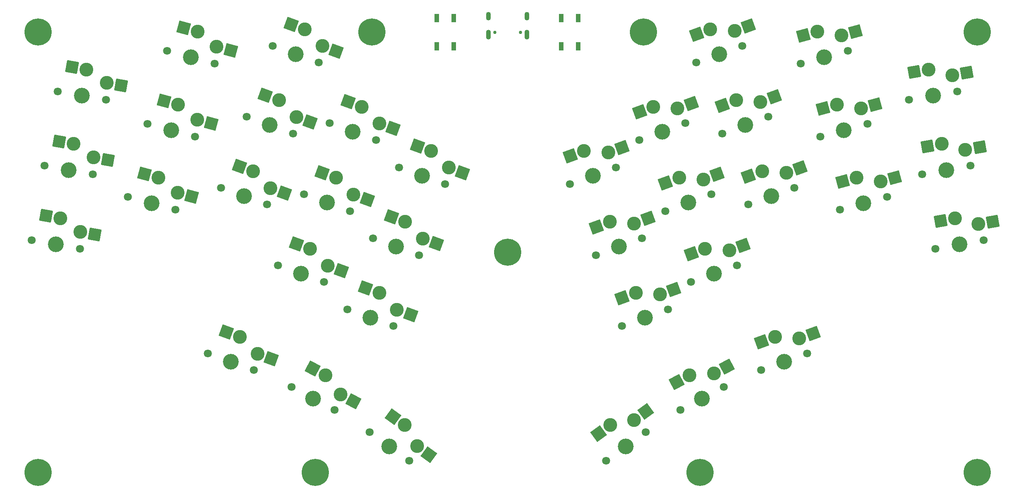
<source format=gbr>
%TF.GenerationSoftware,KiCad,Pcbnew,9.0.0*%
%TF.CreationDate,2025-07-28T21:00:41+03:00*%
%TF.ProjectId,cyberia,63796265-7269-4612-9e6b-696361645f70,v1.0.0*%
%TF.SameCoordinates,Original*%
%TF.FileFunction,Soldermask,Bot*%
%TF.FilePolarity,Negative*%
%FSLAX46Y46*%
G04 Gerber Fmt 4.6, Leading zero omitted, Abs format (unit mm)*
G04 Created by KiCad (PCBNEW 9.0.0) date 2025-07-28 21:00:41*
%MOMM*%
%LPD*%
G01*
G04 APERTURE LIST*
G04 Aperture macros list*
%AMRoundRect*
0 Rectangle with rounded corners*
0 $1 Rounding radius*
0 $2 $3 $4 $5 $6 $7 $8 $9 X,Y pos of 4 corners*
0 Add a 4 corners polygon primitive as box body*
4,1,4,$2,$3,$4,$5,$6,$7,$8,$9,$2,$3,0*
0 Add four circle primitives for the rounded corners*
1,1,$1+$1,$2,$3*
1,1,$1+$1,$4,$5*
1,1,$1+$1,$6,$7*
1,1,$1+$1,$8,$9*
0 Add four rect primitives between the rounded corners*
20,1,$1+$1,$2,$3,$4,$5,0*
20,1,$1+$1,$4,$5,$6,$7,0*
20,1,$1+$1,$6,$7,$8,$9,0*
20,1,$1+$1,$8,$9,$2,$3,0*%
G04 Aperture macros list end*
%ADD10C,1.801800*%
%ADD11C,3.100000*%
%ADD12C,3.529000*%
%ADD13RoundRect,0.050000X-0.776974X-1.666227X1.666227X-0.776974X0.776974X1.666227X-1.666227X0.776974X0*%
%ADD14RoundRect,0.050000X-1.815843X-0.287601X0.287601X-1.815843X1.815843X0.287601X-0.287601X1.815843X0*%
%ADD15C,6.100000*%
%ADD16RoundRect,0.050000X-1.505993X-1.054507X1.054507X-1.505993X1.505993X1.054507X-1.054507X1.505993X0*%
%ADD17RoundRect,0.050000X-1.666227X-0.776974X0.776974X-1.666227X1.666227X0.776974X-0.776974X1.666227X0*%
%ADD18RoundRect,0.050000X-0.919239X-1.592168X1.592168X-0.919239X0.919239X1.592168X-1.592168X0.919239X0*%
%ADD19RoundRect,0.050000X-1.054507X-1.505993X1.505993X-1.054507X1.054507X1.505993X-1.505993X1.054507X0*%
%ADD20RoundRect,0.050000X-0.537519X-1.758145X1.758145X-0.537519X0.537519X1.758145X-1.758145X0.537519X0*%
%ADD21RoundRect,0.050000X-1.758145X-0.537519X0.537519X-1.758145X1.758145X0.537519X-0.537519X1.758145X0*%
%ADD22RoundRect,0.050000X-1.592168X-0.919239X0.919239X-1.592168X1.592168X0.919239X-0.919239X1.592168X0*%
%ADD23C,0.750000*%
%ADD24O,1.100000X2.200000*%
%ADD25O,1.100000X1.900000*%
%ADD26RoundRect,0.050000X-0.287601X-1.815843X1.815843X-0.287601X0.287601X1.815843X-1.815843X0.287601X0*%
%ADD27RoundRect,0.050000X0.500000X-0.850000X0.500000X0.850000X-0.500000X0.850000X-0.500000X-0.850000X0*%
G04 APERTURE END LIST*
D10*
%TO.C,SW28*%
X251388303Y-101533304D03*
D11*
X254521592Y-94061022D03*
D12*
X256556612Y-99652193D03*
D11*
X259972500Y-94418245D03*
D10*
X261724921Y-97771082D03*
D13*
X251444099Y-95181138D03*
X263049993Y-93298129D03*
%TD*%
D10*
%TO.C,SW19*%
X172198947Y-168695359D03*
D11*
X180145862Y-167114527D03*
D12*
X176648540Y-171928178D03*
D11*
X182897820Y-171833291D03*
D10*
X181098133Y-175160997D03*
D14*
X177496332Y-165189530D03*
X185547350Y-173758287D03*
%TD*%
D15*
%TO.C,H4*%
X308610000Y-78740000D03*
%TD*%
%TO.C,H3*%
X233680000Y-78740000D03*
%TD*%
D10*
%TO.C,SW36*%
X260118444Y-154757215D03*
D11*
X263251733Y-147284933D03*
D12*
X265286753Y-152876104D03*
D11*
X268702641Y-147642156D03*
D10*
X270455062Y-150994993D03*
D13*
X260174240Y-148405049D03*
X271780134Y-146522040D03*
%TD*%
D10*
%TO.C,SW4*%
X102244123Y-92041093D03*
D11*
X108693773Y-87136552D03*
D12*
X107660566Y-92996158D03*
D11*
X113235785Y-90171370D03*
D10*
X113077009Y-93951223D03*
D16*
X105468527Y-86567854D03*
X116461031Y-90740068D03*
%TD*%
D10*
%TO.C,SW27*%
X257202645Y-117508079D03*
D11*
X260335934Y-110035797D03*
D12*
X262370954Y-115626968D03*
D11*
X265786842Y-110393020D03*
D10*
X267539263Y-113745857D03*
D13*
X257258441Y-111155913D03*
X268864335Y-109272904D03*
%TD*%
D10*
%TO.C,SW12*%
X157485304Y-115203756D03*
D11*
X164688633Y-111493696D03*
D12*
X162653613Y-117084867D03*
D11*
X168634652Y-115271120D03*
D10*
X167821922Y-118965978D03*
D17*
X161611140Y-110373580D03*
X171712145Y-116391236D03*
%TD*%
D15*
%TO.C,H6*%
X160020000Y-177800000D03*
%TD*%
D10*
%TO.C,SW30*%
X244392419Y-134940753D03*
D11*
X247525708Y-127468471D03*
D12*
X249560728Y-133059642D03*
D11*
X252976616Y-127825694D03*
D10*
X254729037Y-131178531D03*
D13*
X244448215Y-128588587D03*
X256054109Y-126705578D03*
%TD*%
D15*
%TO.C,H2*%
X172720000Y-78740000D03*
%TD*%
D10*
%TO.C,SW34*%
X223031691Y-128881111D03*
D11*
X226164980Y-121408829D03*
D12*
X228200000Y-127000000D03*
D11*
X231615888Y-121766052D03*
D10*
X233368309Y-125118889D03*
D13*
X223087487Y-122528945D03*
X234693381Y-120645936D03*
%TD*%
D10*
%TO.C,SW24*%
X277781602Y-118622293D03*
D11*
X281554221Y-111451529D03*
D12*
X283094194Y-117198788D03*
D11*
X286953252Y-112282471D03*
D10*
X288406786Y-115775283D03*
D18*
X278390814Y-112299162D03*
X290116659Y-111434839D03*
%TD*%
D15*
%TO.C,H9*%
X203200000Y-128270000D03*
%TD*%
D10*
%TO.C,SW15*%
X173031691Y-125118889D03*
D11*
X180235020Y-121408829D03*
D12*
X178200000Y-127000000D03*
D11*
X184181039Y-125186253D03*
D10*
X183368309Y-128881111D03*
D17*
X177157527Y-120288713D03*
X187258532Y-126306369D03*
%TD*%
D10*
%TO.C,SW23*%
X293322990Y-93951223D03*
D11*
X297706226Y-87136552D03*
D12*
X298739433Y-92996158D03*
D11*
X303012291Y-88434888D03*
D10*
X304155876Y-92041093D03*
D19*
X294480981Y-87705250D03*
X306237536Y-87866190D03*
%TD*%
D10*
%TO.C,SW37*%
X241996769Y-163741800D03*
D11*
X244059625Y-155906168D03*
D12*
X246852981Y-161159706D03*
D11*
X249507201Y-155501295D03*
D10*
X251709193Y-158577612D03*
D20*
X241167972Y-157443687D03*
X252398854Y-153963775D03*
%TD*%
D10*
%TO.C,SW8*%
X138860736Y-113745857D03*
D11*
X146064065Y-110035797D03*
D12*
X144029045Y-115626968D03*
D11*
X150010084Y-113813221D03*
D10*
X149197354Y-117508079D03*
D17*
X142986572Y-108915681D03*
X153087577Y-114933337D03*
%TD*%
D10*
%TO.C,SW11*%
X151670962Y-131178531D03*
D11*
X158874291Y-127468471D03*
D12*
X156839271Y-133059642D03*
D11*
X162820310Y-131245895D03*
D10*
X162007580Y-134940753D03*
D17*
X155796798Y-126348355D03*
X165897803Y-132366011D03*
%TD*%
D10*
%TO.C,SW18*%
X154690806Y-158577612D03*
D11*
X162340374Y-155906168D03*
D12*
X159547018Y-161159706D03*
D11*
X165722274Y-160196010D03*
D10*
X164403230Y-163741800D03*
D21*
X159448720Y-154368648D03*
X168613928Y-161733530D03*
%TD*%
D15*
%TO.C,H7*%
X246380000Y-177800000D03*
%TD*%
D10*
%TO.C,SW3*%
X99292104Y-108782825D03*
D11*
X105741754Y-103878284D03*
D12*
X104708547Y-109737890D03*
D11*
X110283766Y-106913102D03*
D10*
X110124990Y-110692955D03*
D16*
X102516508Y-103309586D03*
X113509012Y-107481800D03*
%TD*%
D10*
%TO.C,SW26*%
X268981754Y-85780815D03*
D11*
X272754373Y-78610051D03*
D12*
X274294346Y-84357310D03*
D11*
X278153404Y-79440993D03*
D10*
X279606938Y-82933805D03*
D18*
X269590966Y-79457684D03*
X281316811Y-78593361D03*
%TD*%
D10*
%TO.C,SW13*%
X163299646Y-99228982D03*
D11*
X170502975Y-95518922D03*
D12*
X168467955Y-101110093D03*
D11*
X174448994Y-99296346D03*
D10*
X173636264Y-102991204D03*
D17*
X167425482Y-94398806D03*
X177526487Y-100416462D03*
%TD*%
D10*
%TO.C,SW6*%
X122393137Y-99354544D03*
D11*
X129245702Y-95030790D03*
D12*
X127705729Y-100778049D03*
D11*
X133505930Y-98449922D03*
D10*
X133018321Y-102201554D03*
D22*
X126082295Y-94183158D03*
X136669337Y-99297555D03*
%TD*%
D23*
%TO.C,J1*%
X206090000Y-78805000D03*
X200310000Y-78805000D03*
D24*
X207520000Y-79305000D03*
D25*
X207520000Y-75125000D03*
D24*
X198880000Y-79305000D03*
D25*
X198880000Y-75125000D03*
%TD*%
D10*
%TO.C,SW2*%
X96340085Y-125524557D03*
D11*
X102789735Y-120620016D03*
D12*
X101756528Y-126479622D03*
D11*
X107331747Y-123654834D03*
D10*
X107172971Y-127434687D03*
D16*
X99564489Y-120051318D03*
X110556993Y-124223532D03*
%TD*%
D10*
%TO.C,SW9*%
X144675079Y-97771082D03*
D11*
X151878408Y-94061022D03*
D12*
X149843388Y-99652193D03*
D11*
X155824427Y-97838446D03*
D10*
X155011697Y-101533304D03*
D17*
X148800915Y-92940906D03*
X158901920Y-98958562D03*
%TD*%
D10*
%TO.C,SW17*%
X135944937Y-150994993D03*
D11*
X143148266Y-147284933D03*
D12*
X141113246Y-152876104D03*
D11*
X147094285Y-151062357D03*
D10*
X146281555Y-154757215D03*
D17*
X140070773Y-146164817D03*
X150171778Y-152182473D03*
%TD*%
D15*
%TO.C,H5*%
X97790000Y-177800000D03*
%TD*%
D10*
%TO.C,SW33*%
X228846033Y-144855886D03*
D11*
X231979322Y-137383604D03*
D12*
X234014342Y-142974775D03*
D11*
X237430230Y-137740827D03*
D10*
X239182651Y-141093664D03*
D13*
X228901829Y-138503720D03*
X240507723Y-136620711D03*
%TD*%
D10*
%TO.C,SW29*%
X245573960Y-85558530D03*
D11*
X248707249Y-78086248D03*
D12*
X250742269Y-83677419D03*
D11*
X254158157Y-78443471D03*
D10*
X255910578Y-81796308D03*
D13*
X245629756Y-79206364D03*
X257235650Y-77323355D03*
%TD*%
D10*
%TO.C,SW10*%
X150489421Y-81796308D03*
D11*
X157692750Y-78086248D03*
D12*
X155657730Y-83677419D03*
D11*
X161638769Y-81863672D03*
D10*
X160826039Y-85558530D03*
D17*
X154615257Y-76966132D03*
X164716262Y-82983788D03*
%TD*%
D10*
%TO.C,SW25*%
X273381678Y-102201554D03*
D11*
X277154297Y-95030790D03*
D12*
X278694270Y-100778049D03*
D11*
X282553328Y-95861732D03*
D10*
X284006862Y-99354544D03*
D18*
X273990890Y-95878423D03*
X285716735Y-95014100D03*
%TD*%
D10*
%TO.C,SW35*%
X217217348Y-112906337D03*
D11*
X220350637Y-105434055D03*
D12*
X222385657Y-111025226D03*
D11*
X225801545Y-105791278D03*
D10*
X227553966Y-109144115D03*
D13*
X217273144Y-106554171D03*
X228879038Y-104671162D03*
%TD*%
D15*
%TO.C,H1*%
X97790000Y-78740000D03*
%TD*%
D10*
%TO.C,SW31*%
X238578077Y-118965978D03*
D11*
X241711366Y-111493696D03*
D12*
X243746386Y-117084867D03*
D11*
X247162274Y-111850919D03*
D10*
X248914695Y-115203756D03*
D13*
X238633873Y-112613812D03*
X250239767Y-110730803D03*
%TD*%
D10*
%TO.C,SW7*%
X126793061Y-82933805D03*
D11*
X133645626Y-78610051D03*
D12*
X132105653Y-84357310D03*
D11*
X137905854Y-82029183D03*
D10*
X137418245Y-85780815D03*
D22*
X130482219Y-77762419D03*
X141069261Y-82876816D03*
%TD*%
D10*
%TO.C,SW32*%
X232763735Y-102991204D03*
D11*
X235897024Y-95518922D03*
D12*
X237932044Y-101110093D03*
D11*
X241347932Y-95876145D03*
D10*
X243100353Y-99228982D03*
D13*
X232819531Y-96639038D03*
X244425425Y-94756029D03*
%TD*%
D10*
%TO.C,SW22*%
X296275009Y-110692955D03*
D11*
X300658245Y-103878284D03*
D12*
X301691452Y-109737890D03*
D11*
X305964310Y-105176620D03*
D10*
X307107895Y-108782825D03*
D19*
X297433000Y-104446982D03*
X309189555Y-104607922D03*
%TD*%
D10*
%TO.C,SW14*%
X167217348Y-141093664D03*
D11*
X174420677Y-137383604D03*
D12*
X172385657Y-142974775D03*
D11*
X178366696Y-141161028D03*
D10*
X177553966Y-144855886D03*
D17*
X171343184Y-136263488D03*
X181444189Y-142281144D03*
%TD*%
D15*
%TO.C,H8*%
X308610000Y-177800000D03*
%TD*%
D10*
%TO.C,SW21*%
X299227028Y-127434687D03*
D11*
X303610264Y-120620016D03*
D12*
X304643471Y-126479622D03*
D11*
X308916329Y-121918352D03*
D10*
X310059914Y-125524557D03*
D19*
X300385019Y-121188714D03*
X312141574Y-121349654D03*
%TD*%
D10*
%TO.C,SW5*%
X117993213Y-115775283D03*
D11*
X124845778Y-111451529D03*
D12*
X123305805Y-117198788D03*
D11*
X129106006Y-114870661D03*
D10*
X128618397Y-118622293D03*
D22*
X121682371Y-110603897D03*
X132269413Y-115718294D03*
%TD*%
D10*
%TO.C,SW16*%
X178846033Y-109144115D03*
D11*
X186049362Y-105434055D03*
D12*
X184014342Y-111025226D03*
D11*
X189995381Y-109211479D03*
D10*
X189182651Y-112906337D03*
D17*
X182971869Y-104313939D03*
X193072874Y-110331595D03*
%TD*%
D10*
%TO.C,SW38*%
X225301866Y-175160997D03*
D11*
X226254137Y-167114527D03*
D12*
X229751459Y-171928178D03*
D11*
X231592349Y-165955438D03*
D10*
X234201052Y-168695359D03*
D26*
X223604606Y-169039524D03*
X234241880Y-164030441D03*
%TD*%
D27*
%TO.C,SW40*%
X191130000Y-81890000D03*
X191130000Y-75590000D03*
X187330000Y-81890000D03*
X187330000Y-75590000D03*
%TD*%
%TO.C,SW39*%
X219070000Y-81890000D03*
X219070000Y-75590000D03*
X215270000Y-81890000D03*
X215270000Y-75590000D03*
%TD*%
M02*

</source>
